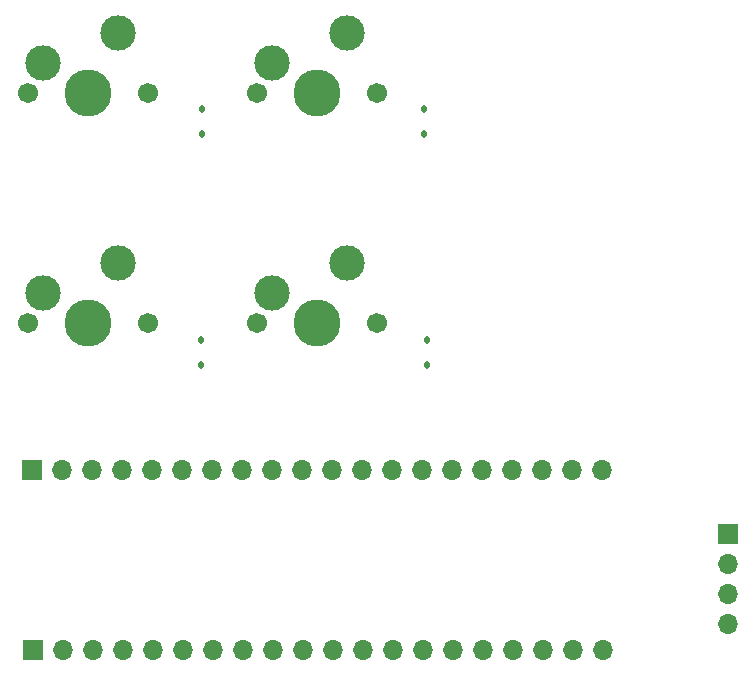
<source format=gbr>
%TF.GenerationSoftware,KiCad,Pcbnew,8.0.8*%
%TF.CreationDate,2025-06-15T23:17:14+08:00*%
%TF.ProjectId,2x2,3278322e-6b69-4636-9164-5f7063625858,rev?*%
%TF.SameCoordinates,Original*%
%TF.FileFunction,Soldermask,Top*%
%TF.FilePolarity,Negative*%
%FSLAX46Y46*%
G04 Gerber Fmt 4.6, Leading zero omitted, Abs format (unit mm)*
G04 Created by KiCad (PCBNEW 8.0.8) date 2025-06-15 23:17:14*
%MOMM*%
%LPD*%
G01*
G04 APERTURE LIST*
G04 Aperture macros list*
%AMRoundRect*
0 Rectangle with rounded corners*
0 $1 Rounding radius*
0 $2 $3 $4 $5 $6 $7 $8 $9 X,Y pos of 4 corners*
0 Add a 4 corners polygon primitive as box body*
4,1,4,$2,$3,$4,$5,$6,$7,$8,$9,$2,$3,0*
0 Add four circle primitives for the rounded corners*
1,1,$1+$1,$2,$3*
1,1,$1+$1,$4,$5*
1,1,$1+$1,$6,$7*
1,1,$1+$1,$8,$9*
0 Add four rect primitives between the rounded corners*
20,1,$1+$1,$2,$3,$4,$5,0*
20,1,$1+$1,$4,$5,$6,$7,0*
20,1,$1+$1,$6,$7,$8,$9,0*
20,1,$1+$1,$8,$9,$2,$3,0*%
G04 Aperture macros list end*
%ADD10C,1.701800*%
%ADD11C,3.000000*%
%ADD12C,3.987800*%
%ADD13R,1.700000X1.700000*%
%ADD14O,1.700000X1.700000*%
%ADD15RoundRect,0.112500X-0.112500X0.187500X-0.112500X-0.187500X0.112500X-0.187500X0.112500X0.187500X0*%
G04 APERTURE END LIST*
D10*
%TO.C,SW6*%
X97790000Y-62331600D03*
D11*
X95250000Y-57251600D03*
D12*
X92710000Y-62331600D03*
D11*
X88900000Y-59791600D03*
D10*
X87630000Y-62331600D03*
%TD*%
%TO.C,SW5*%
X87655400Y-42875200D03*
D11*
X88925400Y-40335200D03*
D12*
X92735400Y-42875200D03*
D11*
X95275400Y-37795200D03*
D10*
X97815400Y-42875200D03*
%TD*%
%TO.C,SW2*%
X117170200Y-62357000D03*
D11*
X114630200Y-57277000D03*
D12*
X112090200Y-62357000D03*
D11*
X108280200Y-59817000D03*
D10*
X107010200Y-62357000D03*
%TD*%
%TO.C,SW1*%
X107010200Y-42875200D03*
D11*
X108280200Y-40335200D03*
D12*
X112090200Y-42875200D03*
D11*
X114630200Y-37795200D03*
D10*
X117170200Y-42875200D03*
%TD*%
D13*
%TO.C,J3*%
X146862800Y-80162400D03*
D14*
X146862800Y-82702400D03*
X146862800Y-85242400D03*
X146862800Y-87782400D03*
%TD*%
%TO.C,J2*%
X136245600Y-74726800D03*
X133705600Y-74726800D03*
X131165600Y-74726800D03*
X128625600Y-74726800D03*
X126085600Y-74726800D03*
X123545600Y-74726800D03*
X121005600Y-74726800D03*
X118465600Y-74726800D03*
X115925600Y-74726800D03*
X113385600Y-74726800D03*
X110845600Y-74726800D03*
X108305600Y-74726800D03*
X105765600Y-74726800D03*
X103225600Y-74726800D03*
X100685600Y-74726800D03*
X98145600Y-74726800D03*
X95605600Y-74726800D03*
X93065600Y-74726800D03*
X90525600Y-74726800D03*
D13*
X87985600Y-74726800D03*
%TD*%
%TO.C,J1*%
X88011000Y-89992200D03*
D14*
X90551000Y-89992200D03*
X93091000Y-89992200D03*
X95631000Y-89992200D03*
X98171000Y-89992200D03*
X100711000Y-89992200D03*
X103251000Y-89992200D03*
X105791000Y-89992200D03*
X108331000Y-89992200D03*
X110871000Y-89992200D03*
X113411000Y-89992200D03*
X115951000Y-89992200D03*
X118491000Y-89992200D03*
X121031000Y-89992200D03*
X123571000Y-89992200D03*
X126111000Y-89992200D03*
X128651000Y-89992200D03*
X131191000Y-89992200D03*
X133731000Y-89992200D03*
X136271000Y-89992200D03*
%TD*%
D15*
%TO.C,D6*%
X102285800Y-63796200D03*
X102285800Y-65896200D03*
%TD*%
%TO.C,D5*%
X102387400Y-44212800D03*
X102387400Y-46312800D03*
%TD*%
%TO.C,D2*%
X121412000Y-63796200D03*
X121412000Y-65896200D03*
%TD*%
%TO.C,D1*%
X121183400Y-46312800D03*
X121183400Y-44212800D03*
%TD*%
M02*

</source>
